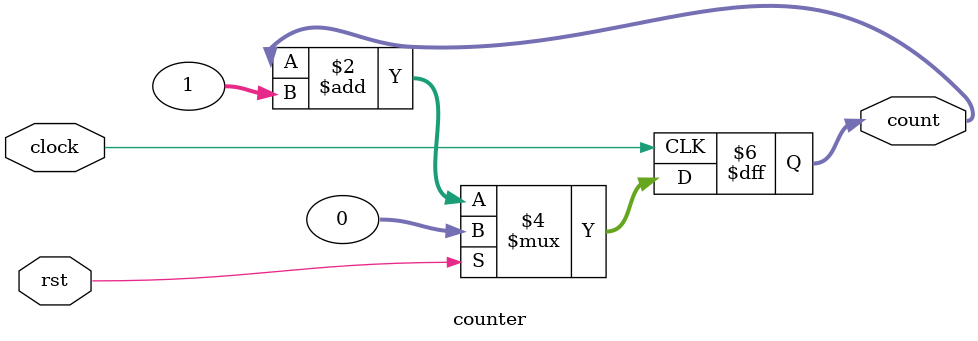
<source format=v>
module counter(clock, rst, count);
    input clock, rst;
    output [31:0] count;
    reg [31:0] count;

    always @(posedge clock)
        begin
            if(rst) count = 32'b0;
            else count = count + 1;
        end
endmodule
</source>
